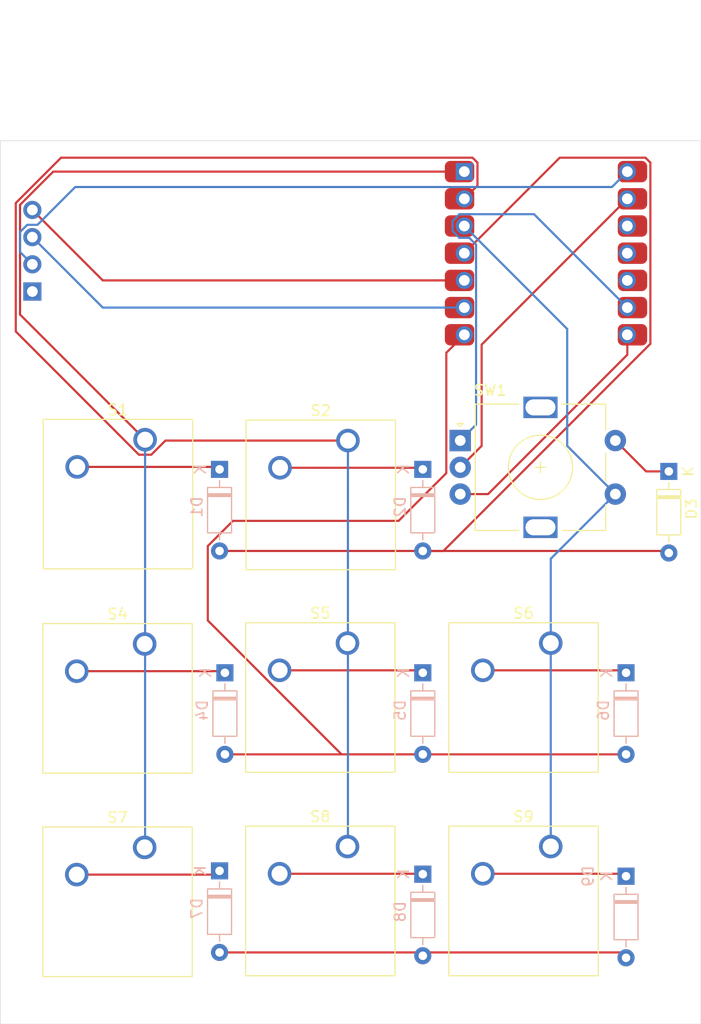
<source format=kicad_pcb>
(kicad_pcb (version 20241229) (generator "pcbnew") (generator_version "9.0")
  (layers (0 "F.Cu" signal) (2 "B.Cu" signal) (13 "F.Paste" user) (15 "B.Paste" user) (5 "F.SilkS" user "F.Silkscreen") (7 "B.SilkS" user "B.Silkscreen") (1 "F.Mask" user) (3 "B.Mask" user) (25 "Edge.Cuts" user))
  (net 0 "")
  (net 1 "Net-(D1-K)")
  (net 2 "row 0")
  (net 3 "Net-(D2-K)")
  (net 4 "Net-(D3-K)")
  (net 5 "Net-(D4-K)")
  (net 6 "row 1")
  (net 7 "Net-(D5-K)")
  (net 8 "Net-(D6-K)")
  (net 9 "row 2")
  (net 10 "Net-(D7-K)")
  (net 11 "Net-(D8-K)")
  (net 12 "Net-(D9-K)")
  (net 13 "SCL")
  (net 15 "SDA")
  (net 16 "Net-(J1-VCC)")
  (net 17 "column 0")
  (net 18 "column 1")
  (net 19 "column 2")
  (net 20 "GND")
  (net 21 "E1")
  (net 22 "E2")
  (footprint "Button_Switch_Keyboard:SW_Cherry_MX_1.00u_PCB" (layer "F.Cu") (at 166.96 108.92)
    (property "Reference" "S8" (at -2.54 -2.794 0) (layer "F.SilkS"))
    (property "Value" "Keyswitch")
    (fp_line (start -9.525 -1.905) (end 4.445 -1.905) (stroke (width 0.12)) (layer "F.SilkS"))
    (fp_line (start -9.525 12.065) (end -9.525 -1.905) (stroke (width 0.12)) (layer "F.SilkS"))
    (fp_line (start 4.445 -1.905) (end 4.445 12.065) (stroke (width 0.12)) (layer "F.SilkS"))
    (fp_line (start 4.445 12.065) (end -9.525 12.065) (stroke (width 0.12)) (layer "F.SilkS"))
    (pad "" np_thru_hole circle (at -7.62 5.08) (size 1.7 1.7) (drill 1.7) (layers "*.Cu" "*.Mask"))
    (pad "" np_thru_hole circle (at -2.54 5.08) (size 4 4) (drill 4) (layers "*.Cu" "*.Mask"))
    (pad "" np_thru_hole circle (at 2.54 5.08) (size 1.7 1.7) (drill 1.7) (layers "*.Cu" "*.Mask"))
    (pad "1" thru_hole circle (at 0 0) (size 2.2 2.2) (drill 1.5) (layers "*.Cu" "*.Mask") (net 18 "column 1"))
    (pad "2" thru_hole circle (at -6.35 2.54) (size 2.2 2.2) (drill 1.5) (layers "*.Cu" "*.Mask") (net 11 "Net-(D8-K)"))
  )
  (footprint "Button_Switch_Keyboard:SW_Cherry_MX_1.00u_PCB" (layer "F.Cu") (at 148 109)
    (property "Reference" "S7" (at -2.54 -2.794 0) (layer "F.SilkS"))
    (property "Value" "Keyswitch")
    (fp_line (start -9.525 -1.905) (end 4.445 -1.905) (stroke (width 0.12)) (layer "F.SilkS"))
    (fp_line (start -9.525 12.065) (end -9.525 -1.905) (stroke (width 0.12)) (layer "F.SilkS"))
    (fp_line (start 4.445 -1.905) (end 4.445 12.065) (stroke (width 0.12)) (layer "F.SilkS"))
    (fp_line (start 4.445 12.065) (end -9.525 12.065) (stroke (width 0.12)) (layer "F.SilkS"))
    (pad "" np_thru_hole circle (at -7.62 5.08) (size 1.7 1.7) (drill 1.7) (layers "*.Cu" "*.Mask"))
    (pad "" np_thru_hole circle (at -2.54 5.08) (size 4 4) (drill 4) (layers "*.Cu" "*.Mask"))
    (pad "" np_thru_hole circle (at 2.54 5.08) (size 1.7 1.7) (drill 1.7) (layers "*.Cu" "*.Mask"))
    (pad "1" thru_hole circle (at 0 0) (size 2.2 2.2) (drill 1.5) (layers "*.Cu" "*.Mask") (net 17 "column 0"))
    (pad "2" thru_hole circle (at -6.35 2.54) (size 2.2 2.2) (drill 1.5) (layers "*.Cu" "*.Mask") (net 10 "Net-(D7-K)"))
  )
  (footprint "Button_Switch_Keyboard:SW_Cherry_MX_1.00u_PCB" (layer "F.Cu") (at 185.96 89.92)
    (property "Reference" "S6" (at -2.54 -2.794 0) (layer "F.SilkS"))
    (property "Value" "Keyswitch")
    (fp_line (start -9.525 -1.905) (end 4.445 -1.905) (stroke (width 0.12)) (layer "F.SilkS"))
    (fp_line (start -9.525 12.065) (end -9.525 -1.905) (stroke (width 0.12)) (layer "F.SilkS"))
    (fp_line (start 4.445 -1.905) (end 4.445 12.065) (stroke (width 0.12)) (layer "F.SilkS"))
    (fp_line (start 4.445 12.065) (end -9.525 12.065) (stroke (width 0.12)) (layer "F.SilkS"))
    (pad "" np_thru_hole circle (at -7.62 5.08) (size 1.7 1.7) (drill 1.7) (layers "*.Cu" "*.Mask"))
    (pad "" np_thru_hole circle (at -2.54 5.08) (size 4 4) (drill 4) (layers "*.Cu" "*.Mask"))
    (pad "" np_thru_hole circle (at 2.54 5.08) (size 1.7 1.7) (drill 1.7) (layers "*.Cu" "*.Mask"))
    (pad "1" thru_hole circle (at 0 0) (size 2.2 2.2) (drill 1.5) (layers "*.Cu" "*.Mask") (net 19 "column 2"))
    (pad "2" thru_hole circle (at -6.35 2.54) (size 2.2 2.2) (drill 1.5) (layers "*.Cu" "*.Mask") (net 8 "Net-(D6-K)"))
  )
  (footprint "Button_Switch_Keyboard:SW_Cherry_MX_1.00u_PCB" (layer "F.Cu") (at 185.96 108.92)
    (property "Reference" "S9" (at -2.54 -2.794 0) (layer "F.SilkS"))
    (property "Value" "Keyswitch")
    (fp_line (start -9.525 -1.905) (end 4.445 -1.905) (stroke (width 0.12)) (layer "F.SilkS"))
    (fp_line (start -9.525 12.065) (end -9.525 -1.905) (stroke (width 0.12)) (layer "F.SilkS"))
    (fp_line (start 4.445 -1.905) (end 4.445 12.065) (stroke (width 0.12)) (layer "F.SilkS"))
    (fp_line (start 4.445 12.065) (end -9.525 12.065) (stroke (width 0.12)) (layer "F.SilkS"))
    (pad "" np_thru_hole circle (at -7.62 5.08) (size 1.7 1.7) (drill 1.7) (layers "*.Cu" "*.Mask"))
    (pad "" np_thru_hole circle (at -2.54 5.08) (size 4 4) (drill 4) (layers "*.Cu" "*.Mask"))
    (pad "" np_thru_hole circle (at 2.54 5.08) (size 1.7 1.7) (drill 1.7) (layers "*.Cu" "*.Mask"))
    (pad "1" thru_hole circle (at 0 0) (size 2.2 2.2) (drill 1.5) (layers "*.Cu" "*.Mask") (net 19 "column 2"))
    (pad "2" thru_hole circle (at -6.35 2.54) (size 2.2 2.2) (drill 1.5) (layers "*.Cu" "*.Mask") (net 12 "Net-(D9-K)"))
  )
  (footprint "ScottoKeebs_Components:OLED_128x32" (layer "F.Cu") (at 135.9 47.28)
    (property "Reference" "J1" (hide yes))
    (property "Value" "OLED_128x32")
    (pad "1" thru_hole rect (at 1.6 9.8 180) (size 1.7 1.7) (drill 1) (layers "*.Cu" "*.Mask"))
    (pad "2" thru_hole oval (at 1.6 7.26 180) (size 1.7 1.7) (drill 1) (layers "*.Cu" "*.Mask") (net 16 "Net-(J1-VCC)"))
    (pad "3" thru_hole oval (at 1.6 4.72 180) (size 1.7 1.7) (drill 1) (layers "*.Cu" "*.Mask") (net 13 "SCL"))
    (pad "4" thru_hole oval (at 1.6 2.18 180) (size 1.7 1.7) (drill 1) (layers "*.Cu" "*.Mask") (net 15 "SDA"))
  )
  (footprint "Button_Switch_Keyboard:SW_Cherry_MX_1.00u_PCB" (layer "F.Cu") (at 148 90)
    (property "Reference" "S4" (at -2.54 -2.794 0) (layer "F.SilkS"))
    (property "Value" "Keyswitch")
    (fp_line (start -9.525 -1.905) (end 4.445 -1.905) (stroke (width 0.12)) (layer "F.SilkS"))
    (fp_line (start -9.525 12.065) (end -9.525 -1.905) (stroke (width 0.12)) (layer "F.SilkS"))
    (fp_line (start 4.445 -1.905) (end 4.445 12.065) (stroke (width 0.12)) (layer "F.SilkS"))
    (fp_line (start 4.445 12.065) (end -9.525 12.065) (stroke (width 0.12)) (layer "F.SilkS"))
    (pad "" np_thru_hole circle (at -7.62 5.08) (size 1.7 1.7) (drill 1.7) (layers "*.Cu" "*.Mask"))
    (pad "" np_thru_hole circle (at -2.54 5.08) (size 4 4) (drill 4) (layers "*.Cu" "*.Mask"))
    (pad "" np_thru_hole circle (at 2.54 5.08) (size 1.7 1.7) (drill 1.7) (layers "*.Cu" "*.Mask"))
    (pad "1" thru_hole circle (at 0 0) (size 2.2 2.2) (drill 1.5) (layers "*.Cu" "*.Mask") (net 17 "column 0"))
    (pad "2" thru_hole circle (at -6.35 2.54) (size 2.2 2.2) (drill 1.5) (layers "*.Cu" "*.Mask") (net 5 "Net-(D4-K)"))
  )
  (footprint "Button_Switch_Keyboard:SW_Cherry_MX_1.00u_PCB" (layer "F.Cu") (at 166.96 89.92)
    (property "Reference" "S5" (at -2.54 -2.794 0) (layer "F.SilkS"))
    (property "Value" "Keyswitch")
    (fp_line (start -9.525 -1.905) (end 4.445 -1.905) (stroke (width 0.12)) (layer "F.SilkS"))
    (fp_line (start -9.525 12.065) (end -9.525 -1.905) (stroke (width 0.12)) (layer "F.SilkS"))
    (fp_line (start 4.445 -1.905) (end 4.445 12.065) (stroke (width 0.12)) (layer "F.SilkS"))
    (fp_line (start 4.445 12.065) (end -9.525 12.065) (stroke (width 0.12)) (layer "F.SilkS"))
    (pad "" np_thru_hole circle (at -7.62 5.08) (size 1.7 1.7) (drill 1.7) (layers "*.Cu" "*.Mask"))
    (pad "" np_thru_hole circle (at -2.54 5.08) (size 4 4) (drill 4) (layers "*.Cu" "*.Mask"))
    (pad "" np_thru_hole circle (at 2.54 5.08) (size 1.7 1.7) (drill 1.7) (layers "*.Cu" "*.Mask"))
    (pad "1" thru_hole circle (at 0 0) (size 2.2 2.2) (drill 1.5) (layers "*.Cu" "*.Mask") (net 18 "column 1"))
    (pad "2" thru_hole circle (at -6.35 2.54) (size 2.2 2.2) (drill 1.5) (layers "*.Cu" "*.Mask") (net 7 "Net-(D5-K)"))
  )
  (footprint "Rotary_Encoder:RotaryEncoder_Alps_EC11E-Switch_Vertical_H20mm" (layer "F.Cu") (at 177.5 71)
    (property "Reference" "SW1" (at 2.8 -4.7 0) (layer "F.SilkS"))
    (property "Value" "RotaryEncoder_Switch")
    (fp_line (start -0.3 -1.6) (end 0.3 -1.6) (stroke (width 0.12)) (layer "F.SilkS"))
    (fp_line (start 0 -1.3) (end -0.3 -1.6) (stroke (width 0.12)) (layer "F.SilkS"))
    (fp_line (start 0.3 -1.6) (end 0 -1.3) (stroke (width 0.12)) (layer "F.SilkS"))
    (fp_line (start 1.4 -3.4) (end 1.4 8.4) (stroke (width 0.12)) (layer "F.SilkS"))
    (fp_line (start 5.5 -3.4) (end 1.4 -3.4) (stroke (width 0.12)) (layer "F.SilkS"))
    (fp_line (start 5.5 8.4) (end 1.4 8.4) (stroke (width 0.12)) (layer "F.SilkS"))
    (fp_line (start 7 2.5) (end 8 2.5) (stroke (width 0.12)) (layer "F.SilkS"))
    (fp_line (start 7.5 2) (end 7.5 3) (stroke (width 0.12)) (layer "F.SilkS"))
    (fp_line (start 9.5 -3.4) (end 13.6 -3.4) (stroke (width 0.12)) (layer "F.SilkS"))
    (fp_line (start 13.6 -3.4) (end 13.6 -1) (stroke (width 0.12)) (layer "F.SilkS"))
    (fp_line (start 13.6 1.2) (end 13.6 3.8) (stroke (width 0.12)) (layer "F.SilkS"))
    (fp_line (start 13.6 6) (end 13.6 8.4) (stroke (width 0.12)) (layer "F.SilkS"))
    (fp_line (start 13.6 8.4) (end 9.5 8.4) (stroke (width 0.12)) (layer "F.SilkS"))
    (fp_circle (center 7.5 2.5) (end 10.5 2.5) (stroke (width 0.12)) (fill no) (layer "F.SilkS"))
    (pad "A" thru_hole rect (at 0 0) (size 2 2) (drill 1) (layers "*.Cu" "*.Mask") (net 21 "E1"))
    (pad "B" thru_hole circle (at 0 5) (size 2 2) (drill 1) (layers "*.Cu" "*.Mask") (net 22 "E2"))
    (pad "C" thru_hole circle (at 0 2.5) (size 2 2) (drill 1) (layers "*.Cu" "*.Mask") (net 20 "GND"))
    (pad "MP" thru_hole rect (at 7.5 -3.1) (size 3.2 2) (drill oval 2.8 1.5) (layers "*.Cu" "*.Mask"))
    (pad "MP" thru_hole rect (at 7.5 8.1) (size 3.2 2) (drill oval 2.8 1.5) (layers "*.Cu" "*.Mask"))
    (pad "S1" thru_hole circle (at 14.5 5) (size 2 2) (drill 1) (layers "*.Cu" "*.Mask") (net 19 "column 2"))
    (pad "S2" thru_hole circle (at 14.5 0) (size 2 2) (drill 1) (layers "*.Cu" "*.Mask") (net 4 "Net-(D3-K)"))
  )
  (footprint "Diode_THT:D_DO-35_SOD27_P7.62mm_Horizontal" (layer "F.Cu") (at 197 73.88 -90)
    (property "Reference" "D3" (at 3.51 -2.12 90) (layer "F.SilkS"))
    (property "Value" "D")
    (fp_line (start 1.69 1.12) (end 5.93 1.12) (stroke (width 0.12)) (layer "F.SilkS"))
    (fp_line (start 5.93 1.12) (end 5.93 -1.12) (stroke (width 0.12)) (layer "F.SilkS"))
    (fp_line (start 1.04 0) (end 1.69 0) (stroke (width 0.12)) (layer "F.SilkS"))
    (fp_line (start 6.58 0) (end 5.93 0) (stroke (width 0.12)) (layer "F.SilkS"))
    (fp_line (start 1.69 -1.12) (end 1.69 1.12) (stroke (width 0.12)) (layer "F.SilkS"))
    (fp_line (start 2.29 -1.12) (end 2.29 1.12) (stroke (width 0.12)) (layer "F.SilkS"))
    (fp_line (start 2.41 -1.12) (end 2.41 1.12) (stroke (width 0.12)) (layer "F.SilkS"))
    (fp_line (start 2.53 -1.12) (end 2.53 1.12) (stroke (width 0.12)) (layer "F.SilkS"))
    (fp_line (start 5.93 -1.12) (end 1.69 -1.12) (stroke (width 0.12)) (layer "F.SilkS"))
    (fp_text user "K" (at 0 -1.8 90) (layer "F.SilkS"))
    (pad "1" thru_hole rect (at 0 0 270) (size 1.6 1.6) (drill 0.8) (layers "*.Cu" "*.Mask") (net 4 "Net-(D3-K)"))
    (pad "2" thru_hole oval (at 7.62 0 270) (size 1.6 1.6) (drill 0.8) (layers "*.Cu" "*.Mask") (net 2 "row 0"))
  )
  (footprint "Button_Switch_Keyboard:SW_Cherry_MX_1.00u_PCB" (layer "F.Cu") (at 167 71)
    (property "Reference" "S2" (at -2.54 -2.794 0) (layer "F.SilkS"))
    (property "Value" "Keyswitch")
    (fp_line (start -9.525 -1.905) (end 4.445 -1.905) (stroke (width 0.12)) (layer "F.SilkS"))
    (fp_line (start -9.525 12.065) (end -9.525 -1.905) (stroke (width 0.12)) (layer "F.SilkS"))
    (fp_line (start 4.445 -1.905) (end 4.445 12.065) (stroke (width 0.12)) (layer "F.SilkS"))
    (fp_line (start 4.445 12.065) (end -9.525 12.065) (stroke (width 0.12)) (layer "F.SilkS"))
    (pad "" np_thru_hole circle (at -7.62 5.08) (size 1.7 1.7) (drill 1.7) (layers "*.Cu" "*.Mask"))
    (pad "" np_thru_hole circle (at -2.54 5.08) (size 4 4) (drill 4) (layers "*.Cu" "*.Mask"))
    (pad "" np_thru_hole circle (at 2.54 5.08) (size 1.7 1.7) (drill 1.7) (layers "*.Cu" "*.Mask"))
    (pad "1" thru_hole circle (at 0 0) (size 2.2 2.2) (drill 1.5) (layers "*.Cu" "*.Mask") (net 18 "column 1"))
    (pad "2" thru_hole circle (at -6.35 2.54) (size 2.2 2.2) (drill 1.5) (layers "*.Cu" "*.Mask") (net 3 "Net-(D2-K)"))
  )
  (footprint "ScottoKeebs_MCU:Seeed_XIAO_RP2040" (layer "F.Cu") (at 185.5 53.5)
    (property "Reference" "U1" (hide yes))
    (property "Value" "MCU_Seeed_XIAO_RP2040")
    (pad "1" smd roundrect (at -8.065 -7.62) (size 2.75 2) (layers "F.Cu" "F.Mask" "F.Paste") (net 17 "column 0"))
    (pad "1" thru_hole rect (at -7.62 -7.62 90) (size 1.6 1.6) (drill 1) (layers "*.Cu" "*.Mask") (net 17 "column 0"))
    (pad "2" smd roundrect (at -8.065 -5.08) (size 2.75 2) (layers "F.Cu" "F.Mask" "F.Paste") (net 18 "column 1"))
    (pad "2" thru_hole circle (at -7.62 -5.08 90) (size 1.6 1.6) (drill 1) (layers "*.Cu" "*.Mask") (net 18 "column 1"))
    (pad "3" smd roundrect (at -8.065 -2.54) (size 2.75 2) (layers "F.Cu" "F.Mask" "F.Paste") (net 19 "column 2"))
    (pad "3" thru_hole circle (at -7.62 -2.54 90) (size 1.6 1.6) (drill 1) (layers "*.Cu" "*.Mask") (net 19 "column 2"))
    (pad "4" smd roundrect (at -8.065 0) (size 2.75 2) (layers "F.Cu" "F.Mask" "F.Paste") (net 2 "row 0"))
    (pad "4" thru_hole circle (at -7.62 0 90) (size 1.6 1.6) (drill 1) (layers "*.Cu" "*.Mask") (net 2 "row 0"))
    (pad "5" smd roundrect (at -8.065 2.54) (size 2.75 2) (layers "F.Cu" "F.Mask" "F.Paste") (net 15 "SDA"))
    (pad "5" thru_hole circle (at -7.62 2.54 90) (size 1.6 1.6) (drill 1) (layers "*.Cu" "*.Mask") (net 15 "SDA"))
    (pad "6" smd roundrect (at -8.065 5.08) (size 2.75 2) (layers "F.Cu" "F.Mask" "F.Paste") (net 13 "SCL"))
    (pad "6" thru_hole circle (at -7.62 5.08 90) (size 1.6 1.6) (drill 1) (layers "*.Cu" "*.Mask") (net 13 "SCL"))
    (pad "7" smd roundrect (at -8.065 7.62) (size 2.75 2) (layers "F.Cu" "F.Mask" "F.Paste") (net 6 "row 1"))
    (pad "7" thru_hole circle (at -7.62 7.62 90) (size 1.6 1.6) (drill 1) (layers "*.Cu" "*.Mask") (net 6 "row 1"))
    (pad "8" thru_hole circle (at 7.62 7.62 90) (size 1.6 1.6) (drill 1) (layers "*.Cu" "*.Mask") (net 22 "E2"))
    (pad "8" smd roundrect (at 8.1 7.62) (size 2.75 2) (layers "F.Cu" "F.Mask" "F.Paste") (net 22 "E2"))
    (pad "9" thru_hole circle (at 7.62 5.08 90) (size 1.6 1.6) (drill 1) (layers "*.Cu" "*.Mask") (net 21 "E1"))
    (pad "9" smd roundrect (at 8.1 5.08) (size 2.75 2) (layers "F.Cu" "F.Mask" "F.Paste") (net 21 "E1"))
    (pad "10" thru_hole circle (at 7.62 2.54 90) (size 1.6 1.6) (drill 1) (layers "*.Cu" "*.Mask"))
    (pad "10" smd roundrect (at 8.1 2.54) (size 2.75 2) (layers "F.Cu" "F.Mask" "F.Paste"))
    (pad "11" thru_hole circle (at 7.62 0 90) (size 1.6 1.6) (drill 1) (layers "*.Cu" "*.Mask"))
    (pad "11" smd roundrect (at 8.1 0) (size 2.75 2) (layers "F.Cu" "F.Mask" "F.Paste"))
    (pad "12" thru_hole circle (at 7.62 -2.54 90) (size 1.6 1.6) (drill 1) (layers "*.Cu" "*.Mask"))
    (pad "12" smd roundrect (at 8.1 -2.54) (size 2.75 2) (layers "F.Cu" "F.Mask" "F.Paste"))
    (pad "13" thru_hole circle (at 7.62 -5.08 90) (size 1.6 1.6) (drill 1) (layers "*.Cu" "*.Mask") (net 20 "GND"))
    (pad "13" smd roundrect (at 8.1 -5.08) (size 2.75 2) (layers "F.Cu" "F.Mask" "F.Paste") (net 20 "GND"))
    (pad "14" thru_hole circle (at 7.62 -7.62 90) (size 1.6 1.6) (drill 1) (layers "*.Cu" "*.Mask") (net 16 "Net-(J1-VCC)"))
    (pad "14" smd roundrect (at 8.1 -7.62) (size 2.75 2) (layers "F.Cu" "F.Mask" "F.Paste") (net 16 "Net-(J1-VCC)"))
  )
  (footprint "Button_Switch_Keyboard:SW_Cherry_MX_1.00u_PCB" (layer "F.Cu") (at 148.04 70.92)
    (property "Reference" "S1" (at -2.54 -2.794 0) (layer "F.SilkS"))
    (property "Value" "Keyswitch")
    (fp_line (start -9.525 -1.905) (end 4.445 -1.905) (stroke (width 0.12)) (layer "F.SilkS"))
    (fp_line (start -9.525 12.065) (end -9.525 -1.905) (stroke (width 0.12)) (layer "F.SilkS"))
    (fp_line (start 4.445 -1.905) (end 4.445 12.065) (stroke (width 0.12)) (layer "F.SilkS"))
    (fp_line (start 4.445 12.065) (end -9.525 12.065) (stroke (width 0.12)) (layer "F.SilkS"))
    (pad "" np_thru_hole circle (at -7.62 5.08) (size 1.7 1.7) (drill 1.7) (layers "*.Cu" "*.Mask"))
    (pad "" np_thru_hole circle (at -2.54 5.08) (size 4 4) (drill 4) (layers "*.Cu" "*.Mask"))
    (pad "" np_thru_hole circle (at 2.54 5.08) (size 1.7 1.7) (drill 1.7) (layers "*.Cu" "*.Mask"))
    (pad "1" thru_hole circle (at 0 0) (size 2.2 2.2) (drill 1.5) (layers "*.Cu" "*.Mask") (net 17 "column 0"))
    (pad "2" thru_hole circle (at -6.35 2.54) (size 2.2 2.2) (drill 1.5) (layers "*.Cu" "*.Mask") (net 1 "Net-(D1-K)"))
  )
  (footprint "Diode_THT:D_DO-35_SOD27_P7.62mm_Horizontal" (layer "B.Cu") (at 155.5 92.69 -90)
    (property "Reference" "D4" (at 3.51 2.12 90) (layer "B.SilkS") (effects (justify mirror)))
    (property "Value" "D")
    (fp_line (start 1.69 1.12) (end 1.69 -1.12) (stroke (width 0.12)) (layer "B.SilkS"))
    (fp_line (start 2.29 1.12) (end 2.29 -1.12) (stroke (width 0.12)) (layer "B.SilkS"))
    (fp_line (start 2.41 1.12) (end 2.41 -1.12) (stroke (width 0.12)) (layer "B.SilkS"))
    (fp_line (start 2.53 1.12) (end 2.53 -1.12) (stroke (width 0.12)) (layer "B.SilkS"))
    (fp_line (start 5.93 1.12) (end 1.69 1.12) (stroke (width 0.12)) (layer "B.SilkS"))
    (fp_line (start 1.04 0) (end 1.69 0) (stroke (width 0.12)) (layer "B.SilkS"))
    (fp_line (start 6.58 0) (end 5.93 0) (stroke (width 0.12)) (layer "B.SilkS"))
    (fp_line (start 1.69 -1.12) (end 5.93 -1.12) (stroke (width 0.12)) (layer "B.SilkS"))
    (fp_line (start 5.93 -1.12) (end 5.93 1.12) (stroke (width 0.12)) (layer "B.SilkS"))
    (fp_text user "K" (at 0 1.8 90) (layer "B.SilkS") (effects (justify mirror)))
    (pad "1" thru_hole rect (at 0 0 270) (size 1.6 1.6) (drill 0.8) (layers "*.Cu" "*.Mask") (net 5 "Net-(D4-K)"))
    (pad "2" thru_hole oval (at 7.62 0 270) (size 1.6 1.6) (drill 0.8) (layers "*.Cu" "*.Mask") (net 6 "row 1"))
  )
  (footprint "Diode_THT:D_DO-35_SOD27_P7.62mm_Horizontal" (layer "B.Cu") (at 155 111.19 -90)
    (property "Reference" "D7" (at 3.51 2.12 90) (layer "B.SilkS") (effects (justify mirror)))
    (property "Value" "D")
    (fp_line (start 1.69 1.12) (end 1.69 -1.12) (stroke (width 0.12)) (layer "B.SilkS"))
    (fp_line (start 2.29 1.12) (end 2.29 -1.12) (stroke (width 0.12)) (layer "B.SilkS"))
    (fp_line (start 2.41 1.12) (end 2.41 -1.12) (stroke (width 0.12)) (layer "B.SilkS"))
    (fp_line (start 2.53 1.12) (end 2.53 -1.12) (stroke (width 0.12)) (layer "B.SilkS"))
    (fp_line (start 5.93 1.12) (end 1.69 1.12) (stroke (width 0.12)) (layer "B.SilkS"))
    (fp_line (start 1.04 0) (end 1.69 0) (stroke (width 0.12)) (layer "B.SilkS"))
    (fp_line (start 6.58 0) (end 5.93 0) (stroke (width 0.12)) (layer "B.SilkS"))
    (fp_line (start 1.69 -1.12) (end 5.93 -1.12) (stroke (width 0.12)) (layer "B.SilkS"))
    (fp_line (start 5.93 -1.12) (end 5.93 1.12) (stroke (width 0.12)) (layer "B.SilkS"))
    (fp_text user "K" (at 0 1.8 90) (layer "B.SilkS") (effects (justify mirror)))
    (pad "1" thru_hole rect (at 0 0 270) (size 1.6 1.6) (drill 0.8) (layers "*.Cu" "*.Mask") (net 10 "Net-(D7-K)"))
    (pad "2" thru_hole oval (at 7.62 0 270) (size 1.6 1.6) (drill 0.8) (layers "*.Cu" "*.Mask") (net 9 "row 2"))
  )
  (footprint "Diode_THT:D_DO-35_SOD27_P7.62mm_Horizontal" (layer "B.Cu") (at 174 73.69 -90)
    (property "Reference" "D2" (at 3.51 2.12 90) (layer "B.SilkS") (effects (justify mirror)))
    (property "Value" "D")
    (fp_line (start 1.69 1.12) (end 1.69 -1.12) (stroke (width 0.12)) (layer "B.SilkS"))
    (fp_line (start 2.29 1.12) (end 2.29 -1.12) (stroke (width 0.12)) (layer "B.SilkS"))
    (fp_line (start 2.41 1.12) (end 2.41 -1.12) (stroke (width 0.12)) (layer "B.SilkS"))
    (fp_line (start 2.53 1.12) (end 2.53 -1.12) (stroke (width 0.12)) (layer "B.SilkS"))
    (fp_line (start 5.93 1.12) (end 1.69 1.12) (stroke (width 0.12)) (layer "B.SilkS"))
    (fp_line (start 1.04 0) (end 1.69 0) (stroke (width 0.12)) (layer "B.SilkS"))
    (fp_line (start 6.58 0) (end 5.93 0) (stroke (width 0.12)) (layer "B.SilkS"))
    (fp_line (start 1.69 -1.12) (end 5.93 -1.12) (stroke (width 0.12)) (layer "B.SilkS"))
    (fp_line (start 5.93 -1.12) (end 5.93 1.12) (stroke (width 0.12)) (layer "B.SilkS"))
    (fp_text user "K" (at 0 1.8 90) (layer "B.SilkS") (effects (justify mirror)))
    (pad "1" thru_hole rect (at 0 0 270) (size 1.6 1.6) (drill 0.8) (layers "*.Cu" "*.Mask") (net 3 "Net-(D2-K)"))
    (pad "2" thru_hole oval (at 7.62 0 270) (size 1.6 1.6) (drill 0.8) (layers "*.Cu" "*.Mask") (net 2 "row 0"))
  )
  (footprint "Diode_THT:D_DO-35_SOD27_P7.62mm_Horizontal" (layer "B.Cu") (at 174 92.69 -90)
    (property "Reference" "D5" (at 3.51 2.12 90) (layer "B.SilkS") (effects (justify mirror)))
    (property "Value" "D")
    (fp_line (start 1.69 1.12) (end 1.69 -1.12) (stroke (width 0.12)) (layer "B.SilkS"))
    (fp_line (start 2.29 1.12) (end 2.29 -1.12) (stroke (width 0.12)) (layer "B.SilkS"))
    (fp_line (start 2.41 1.12) (end 2.41 -1.12) (stroke (width 0.12)) (layer "B.SilkS"))
    (fp_line (start 2.53 1.12) (end 2.53 -1.12) (stroke (width 0.12)) (layer "B.SilkS"))
    (fp_line (start 5.93 1.12) (end 1.69 1.12) (stroke (width 0.12)) (layer "B.SilkS"))
    (fp_line (start 1.04 0) (end 1.69 0) (stroke (width 0.12)) (layer "B.SilkS"))
    (fp_line (start 6.58 0) (end 5.93 0) (stroke (width 0.12)) (layer "B.SilkS"))
    (fp_line (start 1.69 -1.12) (end 5.93 -1.12) (stroke (width 0.12)) (layer "B.SilkS"))
    (fp_line (start 5.93 -1.12) (end 5.93 1.12) (stroke (width 0.12)) (layer "B.SilkS"))
    (fp_text user "K" (at 0 1.8 90) (layer "B.SilkS") (effects (justify mirror)))
    (pad "1" thru_hole rect (at 0 0 270) (size 1.6 1.6) (drill 0.8) (layers "*.Cu" "*.Mask") (net 7 "Net-(D5-K)"))
    (pad "2" thru_hole oval (at 7.62 0 270) (size 1.6 1.6) (drill 0.8) (layers "*.Cu" "*.Mask") (net 6 "row 1"))
  )
  (footprint "Diode_THT:D_DO-35_SOD27_P7.62mm_Horizontal" (layer "B.Cu") (at 174 111.5 -90)
    (property "Reference" "D8" (at 3.51 2.12 90) (layer "B.SilkS") (effects (justify mirror)))
    (property "Value" "D")
    (fp_line (start 1.69 1.12) (end 1.69 -1.12) (stroke (width 0.12)) (layer "B.SilkS"))
    (fp_line (start 2.29 1.12) (end 2.29 -1.12) (stroke (width 0.12)) (layer "B.SilkS"))
    (fp_line (start 2.41 1.12) (end 2.41 -1.12) (stroke (width 0.12)) (layer "B.SilkS"))
    (fp_line (start 2.53 1.12) (end 2.53 -1.12) (stroke (width 0.12)) (layer "B.SilkS"))
    (fp_line (start 5.93 1.12) (end 1.69 1.12) (stroke (width 0.12)) (layer "B.SilkS"))
    (fp_line (start 1.04 0) (end 1.69 0) (stroke (width 0.12)) (layer "B.SilkS"))
    (fp_line (start 6.58 0) (end 5.93 0) (stroke (width 0.12)) (layer "B.SilkS"))
    (fp_line (start 1.69 -1.12) (end 5.93 -1.12) (stroke (width 0.12)) (layer "B.SilkS"))
    (fp_line (start 5.93 -1.12) (end 5.93 1.12) (stroke (width 0.12)) (layer "B.SilkS"))
    (fp_text user "K" (at 0 1.8 90) (layer "B.SilkS") (effects (justify mirror)))
    (pad "1" thru_hole rect (at 0 0 270) (size 1.6 1.6) (drill 0.8) (layers "*.Cu" "*.Mask") (net 11 "Net-(D8-K)"))
    (pad "2" thru_hole oval (at 7.62 0 270) (size 1.6 1.6) (drill 0.8) (layers "*.Cu" "*.Mask") (net 9 "row 2"))
  )
  (footprint "Diode_THT:D_DO-35_SOD27_P7.62mm_Horizontal" (layer "B.Cu") (at 193 92.69 -90)
    (property "Reference" "D6" (at 3.51 2.12 90) (layer "B.SilkS") (effects (justify mirror)))
    (property "Value" "D")
    (fp_line (start 1.69 1.12) (end 1.69 -1.12) (stroke (width 0.12)) (layer "B.SilkS"))
    (fp_line (start 2.29 1.12) (end 2.29 -1.12) (stroke (width 0.12)) (layer "B.SilkS"))
    (fp_line (start 2.41 1.12) (end 2.41 -1.12) (stroke (width 0.12)) (layer "B.SilkS"))
    (fp_line (start 2.53 1.12) (end 2.53 -1.12) (stroke (width 0.12)) (layer "B.SilkS"))
    (fp_line (start 5.93 1.12) (end 1.69 1.12) (stroke (width 0.12)) (layer "B.SilkS"))
    (fp_line (start 1.04 0) (end 1.69 0) (stroke (width 0.12)) (layer "B.SilkS"))
    (fp_line (start 6.58 0) (end 5.93 0) (stroke (width 0.12)) (layer "B.SilkS"))
    (fp_line (start 1.69 -1.12) (end 5.93 -1.12) (stroke (width 0.12)) (layer "B.SilkS"))
    (fp_line (start 5.93 -1.12) (end 5.93 1.12) (stroke (width 0.12)) (layer "B.SilkS"))
    (fp_text user "K" (at 0 1.8 90) (layer "B.SilkS") (effects (justify mirror)))
    (pad "1" thru_hole rect (at 0 0 270) (size 1.6 1.6) (drill 0.8) (layers "*.Cu" "*.Mask") (net 8 "Net-(D6-K)"))
    (pad "2" thru_hole oval (at 7.62 0 270) (size 1.6 1.6) (drill 0.8) (layers "*.Cu" "*.Mask") (net 6 "row 1"))
  )
  (footprint "Diode_THT:D_DO-35_SOD27_P7.62mm_Horizontal" (layer "B.Cu") (at 155 73.69 -90)
    (property "Reference" "D1" (at 3.51 2.12 90) (layer "B.SilkS") (effects (justify mirror)))
    (property "Value" "D")
    (fp_line (start 1.69 1.12) (end 1.69 -1.12) (stroke (width 0.12)) (layer "B.SilkS"))
    (fp_line (start 2.29 1.12) (end 2.29 -1.12) (stroke (width 0.12)) (layer "B.SilkS"))
    (fp_line (start 2.41 1.12) (end 2.41 -1.12) (stroke (width 0.12)) (layer "B.SilkS"))
    (fp_line (start 2.53 1.12) (end 2.53 -1.12) (stroke (width 0.12)) (layer "B.SilkS"))
    (fp_line (start 5.93 1.12) (end 1.69 1.12) (stroke (width 0.12)) (layer "B.SilkS"))
    (fp_line (start 1.04 0) (end 1.69 0) (stroke (width 0.12)) (layer "B.SilkS"))
    (fp_line (start 6.58 0) (end 5.93 0) (stroke (width 0.12)) (layer "B.SilkS"))
    (fp_line (start 1.69 -1.12) (end 5.93 -1.12) (stroke (width 0.12)) (layer "B.SilkS"))
    (fp_line (start 5.93 -1.12) (end 5.93 1.12) (stroke (width 0.12)) (layer "B.SilkS"))
    (fp_text user "K" (at 0 1.8 90) (layer "B.SilkS") (effects (justify mirror)))
    (pad "1" thru_hole rect (at 0 0 270) (size 1.6 1.6) (drill 0.8) (layers "*.Cu" "*.Mask") (net 1 "Net-(D1-K)"))
    (pad "2" thru_hole oval (at 7.62 0 270) (size 1.6 1.6) (drill 0.8) (layers "*.Cu" "*.Mask") (net 2 "row 0"))
  )
  (footprint "Diode_THT:D_DO-35_SOD27_P7.62mm_Horizontal" (layer "B.Cu") (at 193 111.69 -90)
    (property "Reference" "D9" (at 0 3.55 90) (layer "B.SilkS") (effects (justify mirror)))
    (property "Value" "D")
    (fp_line (start 1.69 1.12) (end 1.69 -1.12) (stroke (width 0.12)) (layer "B.SilkS"))
    (fp_line (start 2.29 1.12) (end 2.29 -1.12) (stroke (width 0.12)) (layer "B.SilkS"))
    (fp_line (start 2.41 1.12) (end 2.41 -1.12) (stroke (width 0.12)) (layer "B.SilkS"))
    (fp_line (start 2.53 1.12) (end 2.53 -1.12) (stroke (width 0.12)) (layer "B.SilkS"))
    (fp_line (start 5.93 1.12) (end 1.69 1.12) (stroke (width 0.12)) (layer "B.SilkS"))
    (fp_line (start 1.04 0) (end 1.69 0) (stroke (width 0.12)) (layer "B.SilkS"))
    (fp_line (start 6.58 0) (end 5.93 0) (stroke (width 0.12)) (layer "B.SilkS"))
    (fp_line (start 1.69 -1.12) (end 5.93 -1.12) (stroke (width 0.12)) (layer "B.SilkS"))
    (fp_line (start 5.93 -1.12) (end 5.93 1.12) (stroke (width 0.12)) (layer "B.SilkS"))
    (fp_text user "K" (at 0 1.8 90) (layer "B.SilkS") (effects (justify mirror)))
    (pad "1" thru_hole rect (at 0 0 270) (size 1.6 1.6) (drill 0.8) (layers "*.Cu" "*.Mask") (net 12 "Net-(D9-K)"))
    (pad "2" thru_hole oval (at 7.62 0 270) (size 1.6 1.6) (drill 0.8) (layers "*.Cu" "*.Mask") (net 9 "row 2"))
  )
  (gr_rect (start 134.5 43) (end 200 125.5) (stroke (width 0.05)) (fill no) (layer "Edge.Cuts"))
  (segment (start 155 74) (end 155 73.69) (width 0.2) (layer "F.Cu") (net 1))
  (segment (start 142.46 73.46) (end 142.5 73.5) (width 0.2) (layer "F.Cu") (net 1))
  (segment (start 141.54 73.46) (end 141.5 73.5) (width 0.2) (layer "F.Cu") (net 1))
  (segment (start 141.54 73.46) (end 141.69 73.46) (width 0.2) (layer "F.Cu") (net 1))
  (segment (start 154.77 73.46) (end 155 73.69) (width 0.2) (layer "F.Cu") (net 1))
  (segment (start 141.69 73.46) (end 154.77 73.46) (width 0.2) (layer "F.Cu") (net 1))
  (segment (start 141.69 73.46) (end 142.46 73.46) (width 0.2) (layer "F.Cu") (net 1))
  (segment (start 195.276 61.959058) (end 175.925058 81.31) (width 0.2) (layer "F.Cu") (net 2))
  (segment (start 186.801 44.579) (end 194.814058 44.579) (width 0.2) (layer "F.Cu") (net 2))
  (segment (start 195.276 45.040942) (end 195.276 61.959058) (width 0.2) (layer "F.Cu") (net 2))
  (segment (start 196.81 81.31) (end 197 81.5) (width 0.2) (layer "F.Cu") (net 2))
  (segment (start 155 81.31) (end 196.81 81.31) (width 0.2) (layer "F.Cu") (net 2))
  (segment (start 175.925058 81.31) (end 174 81.31) (width 0.2) (layer "F.Cu") (net 2))
  (segment (start 177.88 53.5) (end 186.801 44.579) (width 0.2) (layer "F.Cu") (net 2))
  (segment (start 194.814058 44.579) (end 195.276 45.040942) (width 0.2) (layer "F.Cu") (net 2))
  (segment (start 173.85 73.54) (end 174 73.69) (width 0.2) (layer "F.Cu") (net 3))
  (segment (start 160.65 73.54) (end 173.85 73.54) (width 0.2) (layer "F.Cu") (net 3))
  (segment (start 194.88 73.88) (end 192 71) (width 0.2) (layer "F.Cu") (net 4))
  (segment (start 197 73.88) (end 194.88 73.88) (width 0.2) (layer "F.Cu") (net 4))
  (segment (start 155.35 92.54) (end 155.5 92.69) (width 0.2) (layer "F.Cu") (net 5))
  (segment (start 141.65 92.54) (end 155.35 92.54) (width 0.2) (layer "F.Cu") (net 5))
  (segment (start 166.405184 100.31) (end 153.899 87.803816) (width 0.2) (layer "F.Cu") (net 6))
  (segment (start 176.199 62.801) (end 177.88 61.12) (width 0.2) (layer "F.Cu") (net 6))
  (segment (start 174 100.31) (end 166.405184 100.31) (width 0.2) (layer "F.Cu") (net 6))
  (segment (start 171.737892 78.5) (end 176.199 74.038892) (width 0.2) (layer "F.Cu") (net 6))
  (segment (start 156.25295 78.5) (end 171.737892 78.5) (width 0.2) (layer "F.Cu") (net 6))
  (segment (start 153.899 87.803816) (end 153.899 80.85395) (width 0.2) (layer "F.Cu") (net 6))
  (segment (start 155.5 100.31) (end 193 100.31) (width 0.2) (layer "F.Cu") (net 6))
  (segment (start 153.899 80.85395) (end 156.25295 78.5) (width 0.2) (layer "F.Cu") (net 6))
  (segment (start 176.199 74.038892) (end 176.199 62.801) (width 0.2) (layer "F.Cu") (net 6))
  (segment (start 160.61 92.46) (end 173.77 92.46) (width 0.2) (layer "F.Cu") (net 7))
  (segment (start 173.77 92.46) (end 174 92.69) (width 0.2) (layer "F.Cu") (net 7))
  (segment (start 192.77 92.46) (end 193 92.69) (width 0.2) (layer "F.Cu") (net 8))
  (segment (start 179.61 92.46) (end 192.77 92.46) (width 0.2) (layer "F.Cu") (net 8))
  (segment (start 192.5 118.81) (end 193 119.31) (width 0.2) (layer "F.Cu") (net 9))
  (segment (start 155 118.81) (end 192.5 118.81) (width 0.2) (layer "F.Cu") (net 9))
  (segment (start 154.65 111.54) (end 155 111.19) (width 0.2) (layer "F.Cu") (net 10))
  (segment (start 141.65 111.54) (end 154.65 111.54) (width 0.2) (layer "F.Cu") (net 10))
  (segment (start 173.96 111.46) (end 174 111.5) (width 0.2) (layer "F.Cu") (net 11))
  (segment (start 160.61 111.46) (end 173.96 111.46) (width 0.2) (layer "F.Cu") (net 11))
  (segment (start 179.61 111.46) (end 192.77 111.46) (width 0.2) (layer "F.Cu") (net 12))
  (segment (start 192.77 111.46) (end 193 111.69) (width 0.2) (layer "F.Cu") (net 12))
  (segment (start 175 58.58) (end 177.88 58.58) (width 0.2) (layer "B.Cu") (net 13))
  (segment (start 137.5 52) (end 144.08 58.58) (width 0.2) (layer "B.Cu") (net 13))
  (segment (start 144.08 58.58) (end 175 58.58) (width 0.2) (layer "B.Cu") (net 13))
  (segment (start 137.5 49.46) (end 144.08 56.04) (width 0.2) (layer "F.Cu") (net 15))
  (segment (start 144.08 56.04) (end 175 56.04) (width 0.2) (layer "F.Cu") (net 15))
  (segment (start 175 56.04) (end 177.88 56.04) (width 0.2) (layer "F.Cu") (net 15))
  (segment (start 193.12 45.88) (end 191.681 47.319) (width 0.2) (layer "B.Cu") (net 16))
  (segment (start 137.97676 50.849) (end 137.02324 50.849) (width 0.2) (layer "B.Cu") (net 16))
  (segment (start 137.02324 50.849) (end 136.349 51.52324) (width 0.2) (layer "B.Cu") (net 16))
  (segment (start 141.50676 47.319) (end 137.97676 50.849) (width 0.2) (layer "B.Cu") (net 16))
  (segment (start 191.681 47.319) (end 141.50676 47.319) (width 0.2) (layer "B.Cu") (net 16))
  (segment (start 136.349 53.389) (end 137.5 54.54) (width 0.2) (layer "B.Cu") (net 16))
  (segment (start 136.349 51.52324) (end 136.349 53.389) (width 0.2) (layer "B.Cu") (net 16))
  (segment (start 136.349 59.229) (end 136.349 48.98324) (width 0.2) (layer "F.Cu") (net 17))
  (segment (start 148.04 70.92) (end 136.349 59.229) (width 0.2) (layer "F.Cu") (net 17))
  (segment (start 139.45224 45.88) (end 177.88 45.88) (width 0.2) (layer "F.Cu") (net 17))
  (segment (start 136.349 48.98324) (end 139.45224 45.88) (width 0.2) (layer "F.Cu") (net 17))
  (segment (start 148.04 70.92) (end 148.04 108.96) (width 0.2) (layer "B.Cu") (net 17))
  (segment (start 148.04 108.96) (end 148 109) (width 0.2) (layer "B.Cu") (net 17))
  (segment (start 140.18614 44.579) (end 178.649058 44.579) (width 0.2) (layer "F.Cu") (net 18))
  (segment (start 167 71) (end 149.941314 71) (width 0.2) (layer "F.Cu") (net 18))
  (segment (start 135.948 60.809314) (end 135.948 48.81714) (width 0.2) (layer "F.Cu") (net 18))
  (segment (start 178.649058 44.579) (end 179.111 45.040942) (width 0.2) (layer "F.Cu") (net 18))
  (segment (start 179.111 45.040942) (end 179.111 47.189) (width 0.2) (layer "F.Cu") (net 18))
  (segment (start 148.620314 72.321) (end 147.459686 72.321) (width 0.2) (layer "F.Cu") (net 18))
  (segment (start 147.459686 72.321) (end 135.948 60.809314) (width 0.2) (layer "F.Cu") (net 18))
  (segment (start 149.941314 71) (end 148.620314 72.321) (width 0.2) (layer "F.Cu") (net 18))
  (segment (start 135.948 48.81714) (end 140.18614 44.579) (width 0.2) (layer "F.Cu") (net 18))
  (segment (start 179.111 47.189) (end 177.88 48.42) (width 0.2) (layer "F.Cu") (net 18))
  (segment (start 167 71) (end 167 108.88) (width 0.2) (layer "B.Cu") (net 18))
  (segment (start 167 108.88) (end 166.96 108.92) (width 0.2) (layer "B.Cu") (net 18))
  (segment (start 187.5 71.5) (end 187.5 60.58) (width 0.2) (layer "B.Cu") (net 19))
  (segment (start 192 76) (end 187.5 71.5) (width 0.2) (layer "B.Cu") (net 19))
  (segment (start 187.5 60.58) (end 177.88 50.96) (width 0.2) (layer "B.Cu") (net 19))
  (segment (start 185.96 89.92) (end 185.96 82.04) (width 0.2) (layer "B.Cu") (net 19))
  (segment (start 185.96 108.92) (end 185.96 89.92) (width 0.2) (layer "B.Cu") (net 19))
  (segment (start 185.96 82.04) (end 192 76) (width 0.2) (layer "B.Cu") (net 19))
  (segment (start 177.5 73.5) (end 179.5 71.5) (width 0.2) (layer "F.Cu") (net 20))
  (segment (start 179.5 62.04) (end 193.12 48.42) (width 0.2) (layer "F.Cu") (net 20))
  (segment (start 179.5 71.5) (end 179.5 62.04) (width 0.2) (layer "F.Cu") (net 20))
  (segment (start 177.42395 52.061) (end 178.33605 52.061) (width 0.2) (layer "B.Cu") (net 21))
  (segment (start 176.779 50.50395) (end 176.779 51.41605) (width 0.2) (layer "B.Cu") (net 21))
  (segment (start 193.12 58.58) (end 184.399 49.859) (width 0.2) (layer "B.Cu") (net 21))
  (segment (start 177.42395 49.859) (end 176.779 50.50395) (width 0.2) (layer "B.Cu") (net 21))
  (segment (start 178.33605 52.061) (end 178.981 52.70595) (width 0.2) (layer "B.Cu") (net 21))
  (segment (start 176.779 51.41605) (end 177.42395 52.061) (width 0.2) (layer "B.Cu") (net 21))
  (segment (start 178.981 52.70595) (end 178.981 69.519) (width 0.2) (layer "B.Cu") (net 21))
  (segment (start 184.399 49.859) (end 177.42395 49.859) (width 0.2) (layer "B.Cu") (net 21))
  (segment (start 178.981 69.519) (end 177.5 71) (width 0.2) (layer "B.Cu") (net 21))
  (segment (start 180.102 76) (end 193.12 62.982) (width 0.2) (layer "F.Cu") (net 22))
  (segment (start 193.12 62.982) (end 193.12 61.12) (width 0.2) (layer "F.Cu") (net 22))
  (segment (start 177.5 76) (end 180.102 76) (width 0.2) (layer "F.Cu") (net 22))
)
</source>
